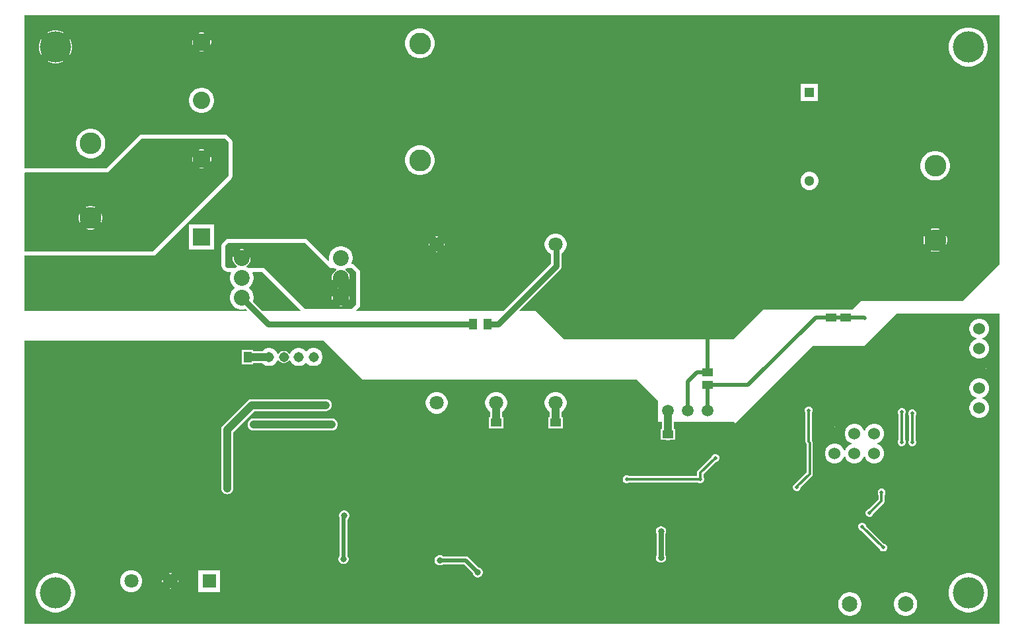
<source format=gbr>
%TF.GenerationSoftware,Altium Limited,Altium Designer,23.6.0 (18)*%
G04 Layer_Physical_Order=2*
G04 Layer_Color=16711680*
%FSLAX45Y45*%
%MOMM*%
%TF.SameCoordinates,1BF17B70-E076-4422-95A1-EF062E3CA17A*%
%TF.FilePolarity,Positive*%
%TF.FileFunction,Copper,L2,Bot,Signal*%
%TF.Part,Single*%
G01*
G75*
%TA.AperFunction,SMDPad,CuDef*%
%ADD12R,1.02000X1.47000*%
%ADD14R,1.47000X1.02000*%
%ADD16R,1.00000X1.45000*%
%TA.AperFunction,Conductor*%
%ADD34C,0.65000*%
%ADD35C,0.30000*%
%ADD36C,1.00000*%
%ADD37C,0.80000*%
%ADD39C,0.50000*%
%TA.AperFunction,ViaPad*%
%ADD43C,4.00000*%
%TA.AperFunction,ComponentPad*%
%ADD44R,1.80000X1.80000*%
%ADD45C,1.80000*%
%ADD46C,1.20000*%
%ADD47R,1.20000X1.20000*%
%ADD48C,1.99500*%
%ADD49C,1.31000*%
%ADD50C,2.03000*%
%ADD51C,1.52400*%
%ADD52C,2.78100*%
%ADD53C,1.30000*%
%ADD54R,2.22000X2.22000*%
%ADD55C,2.22000*%
%ADD56C,2.80000*%
%ADD57C,1.50000*%
%ADD58R,1.50000X1.50000*%
%TA.AperFunction,ViaPad*%
%ADD59C,0.60000*%
%ADD60C,0.50000*%
%ADD61C,0.80000*%
%ADD62C,1.00000*%
G36*
X2617500Y6182500D02*
Y5745000D01*
X1647500Y4775000D01*
X5000D01*
X1616Y5783505D01*
X10581Y5792500D01*
X1070000D01*
X1502500Y6225000D01*
X2575000D01*
X2617500Y6182500D01*
D02*
G37*
G36*
X3917500Y4567500D02*
X3974128D01*
X3985738Y4559743D01*
X4000505Y4553626D01*
X4001431Y4539496D01*
X3987379Y4531383D01*
X3966117Y4510121D01*
X3951083Y4484080D01*
X3943300Y4455035D01*
Y4424965D01*
X3946324Y4413678D01*
X4015073Y4482426D01*
X4057499Y4440000D01*
X4099926Y4482426D01*
X4168675Y4413677D01*
X4171700Y4424965D01*
Y4455035D01*
X4163917Y4484080D01*
X4148883Y4510121D01*
X4127620Y4531383D01*
X4113569Y4539496D01*
X4114495Y4553626D01*
X4129262Y4559743D01*
X4140872Y4567500D01*
X4197500D01*
X4252500Y4512500D01*
Y4095000D01*
X4195000Y4037500D01*
X3597500D01*
X3067500Y4567500D01*
X2869375D01*
X2859262Y4574257D01*
X2844495Y4580374D01*
X2843569Y4594504D01*
X2857620Y4602617D01*
X2878883Y4623879D01*
X2893917Y4649920D01*
X2901700Y4678965D01*
Y4709035D01*
X2898675Y4720323D01*
X2829926Y4651573D01*
X2787499Y4694000D01*
X2745073Y4651573D01*
X2676324Y4720322D01*
X2673300Y4709035D01*
Y4678965D01*
X2681083Y4649920D01*
X2696117Y4623879D01*
X2717379Y4602617D01*
X2731431Y4594504D01*
X2730505Y4580374D01*
X2715738Y4574257D01*
X2705625Y4567500D01*
X2605000D01*
X2577500Y4595000D01*
Y4852500D01*
X2612500Y4887500D01*
X3597500D01*
X3917500Y4567500D01*
D02*
G37*
G36*
X3538671Y4024233D02*
X3533811Y4012500D01*
X3054288D01*
X2930776Y4136011D01*
X2933178Y4141809D01*
X2939000Y4171079D01*
Y4200921D01*
X2933178Y4230191D01*
X2921757Y4257762D01*
X2905178Y4282576D01*
X2884076Y4303678D01*
X2879627Y4306650D01*
Y4319350D01*
X2884076Y4322322D01*
X2905178Y4343424D01*
X2921757Y4368238D01*
X2933178Y4395809D01*
X2939000Y4425079D01*
Y4454921D01*
X2933178Y4484191D01*
X2925047Y4503820D01*
X2933533Y4516520D01*
X3046384D01*
X3538671Y4024233D01*
D02*
G37*
G36*
X12502500Y4617500D02*
X12027500Y4142500D01*
X10720000D01*
X10610000Y4032500D01*
X9465000D01*
X9085000Y3652500D01*
X6915000D01*
X6555000Y4012500D01*
X6347381D01*
X6342521Y4024233D01*
X6865902Y4547614D01*
X6876385Y4561276D01*
X6882975Y4577185D01*
X6885222Y4594258D01*
Y4750560D01*
X6895462Y4756472D01*
X6921528Y4782538D01*
X6939959Y4814462D01*
X6949500Y4850069D01*
Y4886931D01*
X6939959Y4922538D01*
X6921528Y4954462D01*
X6895462Y4980528D01*
X6863538Y4998959D01*
X6827931Y5008500D01*
X6791069D01*
X6755462Y4998959D01*
X6723538Y4980528D01*
X6697472Y4954462D01*
X6679041Y4922538D01*
X6669500Y4886931D01*
Y4850069D01*
X6679041Y4814462D01*
X6697472Y4782538D01*
X6723538Y4756472D01*
X6753294Y4739293D01*
Y4621581D01*
X6144213Y4012500D01*
X4258689D01*
X4253829Y4024233D01*
X4288548Y4058952D01*
X4299599Y4075491D01*
X4303480Y4095000D01*
Y4512500D01*
X4299599Y4532009D01*
X4288548Y4548548D01*
X4233548Y4603548D01*
X4217009Y4614599D01*
X4203416Y4617303D01*
X4195886Y4628531D01*
X4195461Y4631179D01*
X4203178Y4649809D01*
X4209000Y4679079D01*
Y4708921D01*
X4203178Y4738191D01*
X4191757Y4765762D01*
X4175178Y4790576D01*
X4154076Y4811678D01*
X4129262Y4828257D01*
X4101691Y4839678D01*
X4072421Y4845500D01*
X4042578D01*
X4013309Y4839678D01*
X3985738Y4828257D01*
X3960924Y4811678D01*
X3939822Y4790576D01*
X3923243Y4765762D01*
X3911822Y4738191D01*
X3906000Y4708921D01*
Y4679079D01*
X3908488Y4666568D01*
X3896784Y4660312D01*
X3633548Y4923548D01*
X3617009Y4934599D01*
X3597500Y4938480D01*
X2612500D01*
X2592991Y4934599D01*
X2576452Y4923548D01*
X2541452Y4888548D01*
X2530401Y4872009D01*
X2526520Y4852500D01*
Y4595000D01*
X2530401Y4575491D01*
X2541452Y4558952D01*
X2568952Y4531452D01*
X2585491Y4520401D01*
X2605000Y4516520D01*
X2641467D01*
X2649953Y4503820D01*
X2641822Y4484191D01*
X2636000Y4454921D01*
Y4425079D01*
X2641822Y4395809D01*
X2653243Y4368238D01*
X2669822Y4343424D01*
X2690924Y4322322D01*
X2695373Y4319350D01*
Y4306650D01*
X2690924Y4303678D01*
X2669822Y4282576D01*
X2653243Y4257762D01*
X2641822Y4230191D01*
X2636000Y4200921D01*
Y4171079D01*
X2641822Y4141809D01*
X2653243Y4114238D01*
X2669822Y4089424D01*
X2690924Y4068322D01*
X2715738Y4051743D01*
X2743309Y4040322D01*
X2772578Y4034500D01*
X2802421D01*
X2831691Y4040322D01*
X2837489Y4042724D01*
X2855979Y4024233D01*
X2851119Y4012500D01*
X2500D01*
Y4721969D01*
X5000Y4724021D01*
X1647500D01*
X1667009Y4727901D01*
X1683548Y4738952D01*
X2653548Y5708952D01*
X2664599Y5725491D01*
X2668480Y5745000D01*
Y6182500D01*
X2664599Y6202009D01*
X2653548Y6218548D01*
X2611048Y6261048D01*
X2594509Y6272099D01*
X2575000Y6275980D01*
X1502500D01*
X1482991Y6272099D01*
X1466452Y6261048D01*
X1048884Y5843480D01*
X10581D01*
X2500Y5852212D01*
Y7807500D01*
X12502500D01*
Y4617500D01*
D02*
G37*
G36*
Y3977500D02*
Y5000D01*
X11481Y2502D01*
X2500Y11481D01*
Y3632500D01*
X3835000D01*
X4335000Y3132500D01*
X7855000D01*
X8122500Y2865000D01*
Y2595000D01*
X8120000Y2592500D01*
X8168949D01*
Y2503500D01*
X8154000D01*
Y2361500D01*
X8221879D01*
X8227816Y2359041D01*
X8247500Y2356449D01*
X8267183Y2359041D01*
X8273121Y2361500D01*
X8341000D01*
Y2503500D01*
X8321051D01*
Y2592500D01*
X9097500D01*
X9112500Y2577500D01*
X10105000Y3570000D01*
X10770000D01*
X11182500Y3982500D01*
X12497500D01*
X12502500Y3977500D01*
D02*
G37*
%LPC*%
G36*
X2288785Y6088700D02*
X2256214D01*
X2238421Y6083932D01*
X2272500Y6049853D01*
X2306579Y6083932D01*
X2288785Y6088700D01*
D02*
G37*
G36*
X2391432Y5999079D02*
X2357353Y5965000D01*
X2391432Y5930921D01*
X2396200Y5948715D01*
Y5981285D01*
X2391432Y5999079D01*
D02*
G37*
G36*
X2153568Y5999080D02*
X2148800Y5981285D01*
Y5948715D01*
X2153568Y5930921D01*
X2187647Y5965000D01*
X2153568Y5999080D01*
D02*
G37*
G36*
X2272500Y5880147D02*
X2238420Y5846068D01*
X2256214Y5841300D01*
X2288785D01*
X2306580Y5846068D01*
X2272500Y5880147D01*
D02*
G37*
G36*
X864946Y5361750D02*
X835054D01*
X805736Y5355918D01*
X793855Y5350997D01*
X850001Y5294852D01*
X906146Y5350997D01*
X894264Y5355918D01*
X864946Y5361750D01*
D02*
G37*
G36*
X990998Y5266144D02*
X934853Y5209999D01*
X990998Y5153855D01*
X995919Y5165736D01*
X1001750Y5195054D01*
Y5224946D01*
X995919Y5254264D01*
X990998Y5266144D01*
D02*
G37*
G36*
X709003Y5266145D02*
X704082Y5254264D01*
X698250Y5224946D01*
Y5195054D01*
X704082Y5165736D01*
X709003Y5153855D01*
X765148Y5209999D01*
X709003Y5266145D01*
D02*
G37*
G36*
X850001Y5125147D02*
X793856Y5069002D01*
X805736Y5064082D01*
X835054Y5058250D01*
X864946D01*
X894264Y5064082D01*
X906145Y5069003D01*
X850001Y5125147D01*
D02*
G37*
G36*
X2802535Y4808200D02*
X2772465D01*
X2761177Y4805175D01*
X2787499Y4778853D01*
X2813822Y4805176D01*
X2802535Y4808200D01*
D02*
G37*
G36*
X4057499Y4355147D02*
X4015352Y4313000D01*
X4057499Y4270853D01*
X4099646Y4313000D01*
X4057499Y4355147D01*
D02*
G37*
G36*
X3946324Y4212322D02*
X3943300Y4201035D01*
Y4170965D01*
X3946324Y4159678D01*
X3972646Y4186000D01*
X3946324Y4212322D01*
D02*
G37*
G36*
X4168675Y4212323D02*
X4142352Y4186000D01*
X4168675Y4159677D01*
X4171700Y4170965D01*
Y4201035D01*
X4168675Y4212323D01*
D02*
G37*
G36*
X4057499Y4101147D02*
X4031177Y4074825D01*
X4042465Y4071800D01*
X4072535D01*
X4083822Y4074824D01*
X4057499Y4101147D01*
D02*
G37*
G36*
X2288785Y7588700D02*
X2256214D01*
X2238421Y7583932D01*
X2272500Y7549853D01*
X2306579Y7583932D01*
X2288785Y7588700D01*
D02*
G37*
G36*
X420949Y7612700D02*
X379051D01*
X337958Y7604526D01*
X299249Y7588492D01*
X297518Y7587335D01*
X400000Y7484853D01*
X502482Y7587335D01*
X500751Y7588492D01*
X462042Y7604526D01*
X420949Y7612700D01*
D02*
G37*
G36*
X2391432Y7499079D02*
X2357353Y7465000D01*
X2391432Y7430921D01*
X2396200Y7448715D01*
Y7481286D01*
X2391432Y7499079D01*
D02*
G37*
G36*
X2153568Y7499080D02*
X2148800Y7481286D01*
Y7448715D01*
X2153568Y7430921D01*
X2187647Y7465000D01*
X2153568Y7499080D01*
D02*
G37*
G36*
X2272500Y7380148D02*
X2238420Y7346068D01*
X2256214Y7341300D01*
X2288785D01*
X2306580Y7346068D01*
X2272500Y7380148D01*
D02*
G37*
G36*
X10060000Y7317500D02*
D01*
D01*
D01*
D02*
G37*
G36*
X587335Y7502482D02*
X484853Y7400000D01*
X587335Y7297518D01*
X588492Y7299249D01*
X604526Y7337958D01*
X612700Y7379051D01*
Y7420949D01*
X604526Y7462042D01*
X588492Y7500751D01*
X587335Y7502482D01*
D02*
G37*
G36*
X212665Y7502483D02*
X211508Y7500751D01*
X195474Y7462042D01*
X187300Y7420949D01*
Y7379051D01*
X195474Y7337958D01*
X211508Y7299249D01*
X212665Y7297518D01*
X315147Y7400000D01*
X212665Y7502483D01*
D02*
G37*
G36*
X5088713Y7637500D02*
X5051287D01*
X5014579Y7630198D01*
X4980001Y7615876D01*
X4948882Y7595083D01*
X4922418Y7568618D01*
X4901624Y7537499D01*
X4887302Y7502921D01*
X4880000Y7466214D01*
Y7428787D01*
X4887302Y7392079D01*
X4901624Y7357502D01*
X4922418Y7326382D01*
X4948882Y7299918D01*
X4980001Y7279125D01*
X5014579Y7264802D01*
X5051287Y7257500D01*
X5088713D01*
X5125421Y7264802D01*
X5159999Y7279125D01*
X5191118Y7299918D01*
X5217582Y7326382D01*
X5238376Y7357502D01*
X5252698Y7392079D01*
X5260000Y7428787D01*
Y7466214D01*
X5252698Y7502921D01*
X5238376Y7537499D01*
X5217582Y7568618D01*
X5191118Y7595083D01*
X5159999Y7615876D01*
X5125421Y7630198D01*
X5088713Y7637500D01*
D02*
G37*
G36*
X400000Y7315147D02*
X297518Y7212665D01*
X299249Y7211508D01*
X337958Y7195474D01*
X379051Y7187300D01*
X420949D01*
X462042Y7195474D01*
X500751Y7211508D01*
X502483Y7212665D01*
X400000Y7315147D01*
D02*
G37*
G36*
X12124623Y7650000D02*
X12075377D01*
X12027078Y7640392D01*
X11981581Y7621547D01*
X11940634Y7594187D01*
X11905813Y7559365D01*
X11878453Y7518419D01*
X11859608Y7472922D01*
X11850000Y7424623D01*
Y7375377D01*
X11859608Y7327078D01*
X11878453Y7281581D01*
X11905813Y7240634D01*
X11940634Y7205813D01*
X11981581Y7178453D01*
X12027078Y7159608D01*
X12075377Y7150000D01*
X12124623D01*
X12172922Y7159608D01*
X12218419Y7178453D01*
X12259365Y7205813D01*
X12294187Y7240634D01*
X12321547Y7281581D01*
X12340392Y7327078D01*
X12350000Y7375377D01*
Y7424623D01*
X12340392Y7472922D01*
X12321547Y7518419D01*
X12294187Y7559365D01*
X12259365Y7594187D01*
X12218419Y7621547D01*
X12172922Y7640392D01*
X12124623Y7650000D01*
D02*
G37*
G36*
X10170000Y6927500D02*
X9950000D01*
Y6707500D01*
X10170000D01*
Y6927500D01*
D02*
G37*
G36*
X2288357Y6876000D02*
X2256643D01*
X2225538Y6869813D01*
X2196238Y6857676D01*
X2169868Y6840057D01*
X2147443Y6817632D01*
X2129824Y6791262D01*
X2117687Y6761962D01*
X2111500Y6730857D01*
Y6699143D01*
X2117687Y6668038D01*
X2129824Y6638738D01*
X2147443Y6612369D01*
X2169868Y6589943D01*
X2196238Y6572324D01*
X2225538Y6560187D01*
X2256643Y6554000D01*
X2288357D01*
X2319462Y6560187D01*
X2348762Y6572324D01*
X2375131Y6589943D01*
X2397557Y6612369D01*
X2415176Y6638738D01*
X2427313Y6668038D01*
X2433500Y6699143D01*
Y6730857D01*
X2427313Y6761962D01*
X2415176Y6791262D01*
X2397557Y6817632D01*
X2375131Y6840057D01*
X2348762Y6857676D01*
X2319462Y6869813D01*
X2288357Y6876000D01*
D02*
G37*
G36*
X868620Y6351550D02*
X831380D01*
X794856Y6344285D01*
X760451Y6330034D01*
X729488Y6309345D01*
X703156Y6283012D01*
X682466Y6252049D01*
X668215Y6217644D01*
X660950Y6181120D01*
Y6143880D01*
X668215Y6107356D01*
X682466Y6072951D01*
X703156Y6041988D01*
X729488Y6015655D01*
X760451Y5994966D01*
X794856Y5980715D01*
X831380Y5973450D01*
X868620D01*
X905144Y5980715D01*
X939549Y5994966D01*
X970512Y6015655D01*
X996845Y6041988D01*
X1017534Y6072951D01*
X1031785Y6107356D01*
X1039050Y6143880D01*
Y6181120D01*
X1031785Y6217644D01*
X1017534Y6252049D01*
X996845Y6283012D01*
X970512Y6309345D01*
X939549Y6330034D01*
X905144Y6344285D01*
X868620Y6351550D01*
D02*
G37*
G36*
X5088713Y6137500D02*
X5051287D01*
X5014579Y6130198D01*
X4980001Y6115876D01*
X4948882Y6095083D01*
X4922418Y6068618D01*
X4901624Y6037499D01*
X4887302Y6002921D01*
X4880000Y5966214D01*
Y5928787D01*
X4887302Y5892079D01*
X4901624Y5857502D01*
X4922418Y5826382D01*
X4948882Y5799918D01*
X4980001Y5779125D01*
X5014579Y5764802D01*
X5051287Y5757500D01*
X5088713D01*
X5125421Y5764802D01*
X5159999Y5779125D01*
X5191118Y5799918D01*
X5217582Y5826382D01*
X5238376Y5857502D01*
X5252698Y5892079D01*
X5260000Y5928787D01*
Y5966214D01*
X5252698Y6002921D01*
X5238376Y6037499D01*
X5217582Y6068618D01*
X5191118Y6095083D01*
X5159999Y6115876D01*
X5125421Y6130198D01*
X5088713Y6137500D01*
D02*
G37*
G36*
X11693620Y6066550D02*
X11656380D01*
X11619856Y6059285D01*
X11585451Y6045034D01*
X11554488Y6024345D01*
X11528156Y5998012D01*
X11507466Y5967049D01*
X11493215Y5932644D01*
X11485950Y5896120D01*
Y5858880D01*
X11493215Y5822356D01*
X11507466Y5787951D01*
X11528156Y5756988D01*
X11554488Y5730656D01*
X11585451Y5709966D01*
X11619856Y5695715D01*
X11656380Y5688450D01*
X11693620D01*
X11730144Y5695715D01*
X11764549Y5709966D01*
X11795512Y5730656D01*
X11821845Y5756988D01*
X11842534Y5787951D01*
X11856785Y5822356D01*
X11864050Y5858880D01*
Y5896120D01*
X11856785Y5932644D01*
X11842534Y5967049D01*
X11821845Y5998012D01*
X11795512Y6024345D01*
X11764549Y6045034D01*
X11730144Y6059285D01*
X11693620Y6066550D01*
D02*
G37*
G36*
X10077640Y5797500D02*
X10047360D01*
X10018112Y5789663D01*
X9991889Y5774523D01*
X9970477Y5753112D01*
X9955337Y5726888D01*
X9947500Y5697640D01*
Y5667360D01*
X9955337Y5638112D01*
X9970477Y5611889D01*
X9991889Y5590478D01*
X10018112Y5575337D01*
X10047360Y5567500D01*
X10077640D01*
X10106888Y5575337D01*
X10133112Y5590478D01*
X10154523Y5611889D01*
X10169663Y5638112D01*
X10177500Y5667360D01*
Y5697640D01*
X10169663Y5726888D01*
X10154523Y5753112D01*
X10133112Y5774523D01*
X10106888Y5789663D01*
X10077640Y5797500D01*
D02*
G37*
G36*
X11689946Y5076750D02*
X11660054D01*
X11630736Y5070918D01*
X11618856Y5065997D01*
X11675000Y5009853D01*
X11731144Y5065997D01*
X11719264Y5070918D01*
X11689946Y5076750D01*
D02*
G37*
G36*
X5299021Y4971200D02*
X5271979D01*
X5268568Y4970286D01*
X5285501Y4953353D01*
X5302434Y4970285D01*
X5299021Y4971200D01*
D02*
G37*
G36*
X11815997Y4981145D02*
X11759853Y4925001D01*
X11815997Y4868856D01*
X11820918Y4880736D01*
X11826750Y4910054D01*
Y4939946D01*
X11820918Y4969264D01*
X11815997Y4981145D01*
D02*
G37*
G36*
X11534003D02*
X11529082Y4969264D01*
X11523250Y4939946D01*
Y4910054D01*
X11529082Y4880736D01*
X11534003Y4868856D01*
X11590147Y4925001D01*
X11534003Y4981145D01*
D02*
G37*
G36*
X5387286Y4885432D02*
X5370353Y4868500D01*
X5387286Y4851568D01*
X5388200Y4854979D01*
Y4882021D01*
X5387286Y4885432D01*
D02*
G37*
G36*
X5183715Y4885433D02*
X5182800Y4882021D01*
Y4854979D01*
X5183715Y4851566D01*
X5200648Y4868500D01*
X5183715Y4885433D01*
D02*
G37*
G36*
X2433500Y5126000D02*
X2111500D01*
Y4804000D01*
X2433500D01*
Y5126000D01*
D02*
G37*
G36*
X11675000Y4840148D02*
X11618855Y4784003D01*
X11630736Y4779082D01*
X11660054Y4773250D01*
X11689946D01*
X11719264Y4779082D01*
X11731145Y4784003D01*
X11675000Y4840148D01*
D02*
G37*
G36*
X5285501Y4783647D02*
X5268568Y4766714D01*
X5271979Y4765800D01*
X5299021D01*
X5302433Y4766715D01*
X5285501Y4783647D01*
D02*
G37*
G36*
X3723456Y3539500D02*
X3693044D01*
X3663669Y3531629D01*
X3637331Y3516423D01*
X3621540Y3500631D01*
X3613000Y3496339D01*
X3604460Y3500631D01*
X3588668Y3516423D01*
X3562331Y3531629D01*
X3532956Y3539500D01*
X3502544D01*
X3473169Y3531629D01*
X3446831Y3516423D01*
X3425327Y3494919D01*
X3410121Y3468581D01*
X3408965Y3464266D01*
X3395336Y3462472D01*
X3389826Y3472016D01*
X3375266Y3486576D01*
X3357434Y3496871D01*
X3337545Y3502200D01*
X3316955D01*
X3297066Y3496871D01*
X3279234Y3486576D01*
X3264674Y3472016D01*
X3259164Y3462472D01*
X3245535Y3464266D01*
X3244379Y3468581D01*
X3229173Y3494919D01*
X3207668Y3516423D01*
X3181331Y3531629D01*
X3151956Y3539500D01*
X3121544D01*
X3092169Y3531629D01*
X3065831Y3516423D01*
X3049459Y3500051D01*
X2932000D01*
Y3516000D01*
X2790000D01*
Y3448621D01*
X2787541Y3442683D01*
X2784949Y3423000D01*
Y3422500D01*
X2787541Y3402816D01*
X2790000Y3396879D01*
Y3329000D01*
X2932000D01*
Y3347949D01*
X3049459D01*
X3065831Y3331577D01*
X3092169Y3316371D01*
X3121544Y3308500D01*
X3151956D01*
X3181331Y3316371D01*
X3207668Y3331577D01*
X3229173Y3353081D01*
X3244379Y3379419D01*
X3245535Y3383734D01*
X3259164Y3385528D01*
X3264674Y3375984D01*
X3279234Y3361424D01*
X3297066Y3351129D01*
X3316955Y3345800D01*
X3337545D01*
X3357434Y3351129D01*
X3375266Y3361424D01*
X3389826Y3375984D01*
X3395336Y3385528D01*
X3408965Y3383734D01*
X3410121Y3379419D01*
X3425327Y3353081D01*
X3446831Y3331577D01*
X3473169Y3316371D01*
X3502544Y3308500D01*
X3532956D01*
X3562331Y3316371D01*
X3588668Y3331577D01*
X3604460Y3347369D01*
X3613000Y3351661D01*
X3621540Y3347369D01*
X3637331Y3331577D01*
X3663669Y3316371D01*
X3693044Y3308500D01*
X3723456D01*
X3752831Y3316371D01*
X3779168Y3331577D01*
X3800673Y3353081D01*
X3815879Y3379419D01*
X3823750Y3408794D01*
Y3439206D01*
X3815879Y3468581D01*
X3800673Y3494919D01*
X3779168Y3516423D01*
X3752831Y3531629D01*
X3723456Y3539500D01*
D02*
G37*
G36*
X12256615Y3911200D02*
X12223385D01*
X12191289Y3902600D01*
X12162511Y3885985D01*
X12139015Y3862489D01*
X12122400Y3833711D01*
X12113800Y3801615D01*
Y3768385D01*
X12122400Y3736289D01*
X12139015Y3707512D01*
X12162511Y3684015D01*
X12191289Y3667401D01*
X12201837Y3664574D01*
Y3651426D01*
X12191289Y3648600D01*
X12162511Y3631985D01*
X12139015Y3608489D01*
X12122400Y3579711D01*
X12113800Y3547615D01*
Y3514385D01*
X12122400Y3482289D01*
X12139015Y3453512D01*
X12162511Y3430015D01*
X12191289Y3413401D01*
X12223385Y3404800D01*
X12256615D01*
X12288711Y3413401D01*
X12317488Y3430015D01*
X12340985Y3453512D01*
X12357599Y3482289D01*
X12366200Y3514385D01*
Y3547615D01*
X12357599Y3579711D01*
X12340985Y3608489D01*
X12317488Y3631985D01*
X12288711Y3648600D01*
X12278163Y3651426D01*
Y3664574D01*
X12288711Y3667401D01*
X12317488Y3684015D01*
X12340985Y3707512D01*
X12357599Y3736289D01*
X12366200Y3768385D01*
Y3801615D01*
X12357599Y3833711D01*
X12340985Y3862489D01*
X12317488Y3885985D01*
X12288711Y3902600D01*
X12256615Y3911200D01*
D02*
G37*
G36*
X12244047Y3365900D02*
X12235953D01*
X12240000Y3361853D01*
X12244047Y3365900D01*
D02*
G37*
G36*
X12151100Y3281047D02*
Y3272953D01*
X12155147Y3277000D01*
X12151100Y3281047D01*
D02*
G37*
G36*
X12328900D02*
X12324853Y3277000D01*
X12328900Y3272953D01*
Y3281047D01*
D02*
G37*
G36*
X12240000Y3192147D02*
X12235953Y3188100D01*
X12244047D01*
X12240000Y3192147D01*
D02*
G37*
G36*
X7997347Y2827700D02*
X7991653D01*
X7994500Y2824853D01*
X7997347Y2827700D01*
D02*
G37*
G36*
X8082200Y2742847D02*
X8079353Y2740000D01*
X8082200Y2737153D01*
Y2742847D01*
D02*
G37*
G36*
X7906800D02*
Y2737153D01*
X7909647Y2740000D01*
X7906800Y2742847D01*
D02*
G37*
G36*
X5303931Y2976500D02*
X5267069D01*
X5231462Y2966959D01*
X5199538Y2948528D01*
X5173472Y2922462D01*
X5155041Y2890538D01*
X5145500Y2854931D01*
Y2818069D01*
X5155041Y2782462D01*
X5173472Y2750538D01*
X5199538Y2724472D01*
X5231462Y2706041D01*
X5267069Y2696500D01*
X5303931D01*
X5339538Y2706041D01*
X5371462Y2724472D01*
X5397528Y2750538D01*
X5415959Y2782462D01*
X5425500Y2818069D01*
Y2854931D01*
X5415959Y2890538D01*
X5397528Y2922462D01*
X5371462Y2948528D01*
X5339538Y2966959D01*
X5303931Y2976500D01*
D02*
G37*
G36*
X7994500Y2655147D02*
X7991653Y2652300D01*
X7997347D01*
X7994500Y2655147D01*
D02*
G37*
G36*
X12256615Y3149200D02*
X12223385D01*
X12191289Y3140600D01*
X12162511Y3123985D01*
X12139015Y3100489D01*
X12122400Y3071711D01*
X12113800Y3039615D01*
Y3006385D01*
X12122400Y2974289D01*
X12139015Y2945512D01*
X12162511Y2922015D01*
X12191289Y2905401D01*
X12201837Y2902574D01*
Y2889426D01*
X12191289Y2886600D01*
X12162511Y2869985D01*
X12139015Y2846489D01*
X12122400Y2817711D01*
X12113800Y2785615D01*
Y2752385D01*
X12122400Y2720289D01*
X12139015Y2691512D01*
X12162511Y2668015D01*
X12191289Y2651401D01*
X12223385Y2642800D01*
X12256615D01*
X12288711Y2651401D01*
X12317488Y2668015D01*
X12340985Y2691512D01*
X12357599Y2720289D01*
X12366200Y2752385D01*
Y2785615D01*
X12357599Y2817711D01*
X12340985Y2846489D01*
X12317488Y2869985D01*
X12288711Y2886600D01*
X12278163Y2889426D01*
Y2902574D01*
X12288711Y2905401D01*
X12317488Y2922015D01*
X12340985Y2945512D01*
X12357599Y2974289D01*
X12366200Y3006385D01*
Y3039615D01*
X12357599Y3071711D01*
X12340985Y3100489D01*
X12317488Y3123985D01*
X12288711Y3140600D01*
X12256615Y3149200D01*
D02*
G37*
G36*
X10390047Y2531400D02*
X10381953D01*
X10386000Y2527353D01*
X10390047Y2531400D01*
D02*
G37*
G36*
X6065931Y2976500D02*
X6029069D01*
X5993462Y2966959D01*
X5961538Y2948528D01*
X5935472Y2922462D01*
X5917041Y2890538D01*
X5907500Y2854931D01*
Y2818069D01*
X5917041Y2782462D01*
X5935472Y2750538D01*
X5961538Y2724472D01*
X5972700Y2718028D01*
Y2652000D01*
X5956500D01*
Y2510000D01*
X6143500D01*
Y2652000D01*
X6124801D01*
Y2719472D01*
X6133462Y2724472D01*
X6159528Y2750538D01*
X6177959Y2782462D01*
X6187500Y2818069D01*
Y2854931D01*
X6177959Y2890538D01*
X6159528Y2922462D01*
X6133462Y2948528D01*
X6101538Y2966959D01*
X6065931Y2976500D01*
D02*
G37*
G36*
X6827931D02*
X6791069D01*
X6755462Y2966959D01*
X6723538Y2948528D01*
X6697472Y2922462D01*
X6679041Y2890538D01*
X6669500Y2854931D01*
Y2818069D01*
X6679041Y2782462D01*
X6697472Y2750538D01*
X6723538Y2724472D01*
X6733949Y2718461D01*
Y2652000D01*
X6716500D01*
Y2510000D01*
X6784379D01*
X6790317Y2507541D01*
X6810000Y2504950D01*
X6829684Y2507541D01*
X6835621Y2510000D01*
X6903500D01*
Y2652000D01*
X6886051D01*
Y2719039D01*
X6895462Y2724472D01*
X6921528Y2750538D01*
X6939959Y2782462D01*
X6949500Y2818069D01*
Y2854931D01*
X6939959Y2890538D01*
X6921528Y2922462D01*
X6895462Y2948528D01*
X6863538Y2966959D01*
X6827931Y2976500D01*
D02*
G37*
G36*
X3942500Y2633551D02*
X2937500D01*
X2917817Y2630959D01*
X2899475Y2623362D01*
X2883724Y2611276D01*
X2871638Y2595525D01*
X2864041Y2577184D01*
X2861449Y2557500D01*
X2864041Y2537817D01*
X2871638Y2519475D01*
X2883724Y2503724D01*
X2899475Y2491638D01*
X2917817Y2484041D01*
X2937500Y2481449D01*
X3942500D01*
X3962184Y2484041D01*
X3980525Y2491638D01*
X3996276Y2503724D01*
X4008362Y2519475D01*
X4015959Y2537817D01*
X4018551Y2557500D01*
X4015959Y2577184D01*
X4008362Y2595525D01*
X3996276Y2611276D01*
X3980525Y2623362D01*
X3962184Y2630959D01*
X3942500Y2633551D01*
D02*
G37*
G36*
X10910615Y2568700D02*
X10877385D01*
X10845289Y2560100D01*
X10816512Y2543485D01*
X10793015Y2519989D01*
X10776401Y2491211D01*
X10773574Y2480663D01*
X10760426D01*
X10757600Y2491211D01*
X10740985Y2519989D01*
X10717489Y2543485D01*
X10688711Y2560100D01*
X10656615Y2568700D01*
X10623385D01*
X10591289Y2560100D01*
X10562512Y2543485D01*
X10539015Y2519989D01*
X10522401Y2491211D01*
X10513800Y2459115D01*
Y2425885D01*
X10522401Y2393789D01*
X10539015Y2365012D01*
X10562512Y2341515D01*
X10591289Y2324901D01*
X10601837Y2322074D01*
Y2308926D01*
X10591289Y2306100D01*
X10562512Y2289485D01*
X10539015Y2265989D01*
X10522401Y2237211D01*
X10519574Y2226663D01*
X10506426D01*
X10503600Y2237211D01*
X10486985Y2265989D01*
X10463489Y2289485D01*
X10434711Y2306100D01*
X10402615Y2314700D01*
X10369385D01*
X10337289Y2306100D01*
X10308512Y2289485D01*
X10285015Y2265989D01*
X10268401Y2237211D01*
X10259800Y2205115D01*
Y2171885D01*
X10268401Y2139789D01*
X10285015Y2111012D01*
X10308512Y2087515D01*
X10337289Y2070901D01*
X10369385Y2062300D01*
X10402615D01*
X10434711Y2070901D01*
X10463489Y2087515D01*
X10486985Y2111012D01*
X10503600Y2139789D01*
X10506426Y2150337D01*
X10519574D01*
X10522401Y2139789D01*
X10539015Y2111012D01*
X10562512Y2087515D01*
X10591289Y2070901D01*
X10623385Y2062300D01*
X10656615D01*
X10688711Y2070901D01*
X10717489Y2087515D01*
X10740985Y2111012D01*
X10757600Y2139789D01*
X10760426Y2150337D01*
X10773574D01*
X10776401Y2139789D01*
X10793015Y2111012D01*
X10816512Y2087515D01*
X10845289Y2070901D01*
X10877385Y2062300D01*
X10910615D01*
X10942711Y2070901D01*
X10971489Y2087515D01*
X10994985Y2111012D01*
X11011600Y2139789D01*
X11020200Y2171885D01*
Y2205115D01*
X11011600Y2237211D01*
X10994985Y2265989D01*
X10971489Y2289485D01*
X10942711Y2306100D01*
X10932163Y2308926D01*
Y2322074D01*
X10942711Y2324901D01*
X10971489Y2341515D01*
X10994985Y2365012D01*
X11011600Y2393789D01*
X11020200Y2425885D01*
Y2459115D01*
X11011600Y2491211D01*
X10994985Y2519989D01*
X10971489Y2543485D01*
X10942711Y2560100D01*
X10910615Y2568700D01*
D02*
G37*
G36*
X10474900Y2446547D02*
X10470853Y2442500D01*
X10474900Y2438453D01*
Y2446547D01*
D02*
G37*
G36*
X10297100D02*
Y2438453D01*
X10301147Y2442500D01*
X10297100Y2446547D01*
D02*
G37*
G36*
X10386000Y2357647D02*
X10381953Y2353600D01*
X10390047D01*
X10386000Y2357647D01*
D02*
G37*
G36*
X11257525Y2767900D02*
X11237475D01*
X11218951Y2760227D01*
X11204773Y2746049D01*
X11197100Y2727525D01*
Y2707475D01*
X11204536Y2689523D01*
Y2365812D01*
X11201228Y2362504D01*
X11193555Y2343980D01*
Y2323930D01*
X11201228Y2305406D01*
X11215406Y2291228D01*
X11233930Y2283555D01*
X11253980D01*
X11272504Y2291228D01*
X11286682Y2305406D01*
X11294355Y2323930D01*
Y2343980D01*
X11286919Y2361932D01*
Y2685643D01*
X11290227Y2688951D01*
X11297900Y2707475D01*
Y2727525D01*
X11290227Y2746049D01*
X11276049Y2760227D01*
X11257525Y2767900D01*
D02*
G37*
G36*
X11390025Y2750400D02*
X11369975D01*
X11351451Y2742727D01*
X11337273Y2728549D01*
X11329600Y2710025D01*
Y2689975D01*
X11337273Y2671451D01*
X11338809Y2669915D01*
Y2360085D01*
X11337273Y2358549D01*
X11329600Y2340025D01*
Y2319975D01*
X11337273Y2301451D01*
X11351451Y2287273D01*
X11369975Y2279600D01*
X11390025D01*
X11408549Y2287273D01*
X11422727Y2301451D01*
X11430400Y2319975D01*
Y2340025D01*
X11422727Y2358549D01*
X11421192Y2360085D01*
Y2669915D01*
X11422727Y2671451D01*
X11430400Y2689975D01*
Y2710025D01*
X11422727Y2728549D01*
X11408549Y2742727D01*
X11390025Y2750400D01*
D02*
G37*
G36*
X8864876Y2181400D02*
X8844825D01*
X8826301Y2173727D01*
X8812124Y2159549D01*
X8804451Y2141025D01*
Y2138853D01*
X8632973Y1967376D01*
X8624044Y1954013D01*
X8620909Y1938250D01*
Y1896192D01*
X7746220D01*
X7730025Y1902900D01*
X7709975D01*
X7691451Y1895227D01*
X7677273Y1881049D01*
X7669600Y1862525D01*
Y1842475D01*
X7677273Y1823951D01*
X7691451Y1809773D01*
X7709975Y1802100D01*
X7730025D01*
X7748549Y1809773D01*
X7752585Y1813809D01*
X8632015D01*
X8633551Y1812273D01*
X8652075Y1804600D01*
X8672125D01*
X8690649Y1812273D01*
X8704827Y1826451D01*
X8712500Y1844975D01*
Y1865025D01*
X8704827Y1883549D01*
X8703291Y1885085D01*
Y1921188D01*
X8862704Y2080600D01*
X8864876D01*
X8883400Y2088273D01*
X8897577Y2102451D01*
X8905250Y2120975D01*
Y2141025D01*
X8897577Y2159549D01*
X8883400Y2173727D01*
X8864876Y2181400D01*
D02*
G37*
G36*
X10065026Y2789930D02*
X10044976D01*
X10026451Y2782257D01*
X10012274Y2768079D01*
X10004601Y2749555D01*
Y2729505D01*
X10012274Y2710981D01*
X10013809Y2709445D01*
Y2335135D01*
X10016945Y2319372D01*
X10023809Y2309100D01*
Y1943216D01*
X9882373Y1801780D01*
X9882234Y1801572D01*
X9872951Y1797727D01*
X9858773Y1783549D01*
X9851100Y1765025D01*
Y1744975D01*
X9858773Y1726451D01*
X9872951Y1712273D01*
X9891475Y1704600D01*
X9911525D01*
X9930049Y1712273D01*
X9944227Y1726451D01*
X9951900Y1744975D01*
Y1754800D01*
X10094127Y1897027D01*
X10103056Y1910390D01*
X10106191Y1926154D01*
Y2325136D01*
X10103056Y2340899D01*
X10096192Y2351172D01*
Y2709445D01*
X10097728Y2710981D01*
X10105401Y2729505D01*
Y2749555D01*
X10097728Y2768079D01*
X10083550Y2782257D01*
X10065026Y2789930D01*
D02*
G37*
G36*
X3865000Y2883551D02*
X2915000D01*
X2895317Y2880959D01*
X2884572Y2876509D01*
X2876975Y2873362D01*
X2861224Y2861276D01*
X2546224Y2546276D01*
X2534138Y2530525D01*
X2526541Y2512183D01*
X2523949Y2492500D01*
Y1742500D01*
X2526541Y1722817D01*
X2534138Y1704475D01*
X2546224Y1688724D01*
X2548724Y1686224D01*
X2564475Y1674138D01*
X2582817Y1666541D01*
X2602500Y1663949D01*
X2622183Y1666541D01*
X2640525Y1674138D01*
X2656276Y1686224D01*
X2668362Y1701975D01*
X2675959Y1720317D01*
X2678551Y1740000D01*
X2676051Y1758989D01*
Y2460999D01*
X2946501Y2731449D01*
X3865000D01*
X3884683Y2734041D01*
X3903025Y2741638D01*
X3918776Y2753724D01*
X3930862Y2769475D01*
X3938459Y2787817D01*
X3941051Y2807500D01*
X3938459Y2827184D01*
X3930862Y2845525D01*
X3918776Y2861276D01*
X3903025Y2873362D01*
X3884683Y2880959D01*
X3865000Y2883551D01*
D02*
G37*
G36*
X10997525Y1735400D02*
X10977475D01*
X10958951Y1727727D01*
X10944773Y1713549D01*
X10937100Y1695025D01*
Y1674975D01*
X10944773Y1656451D01*
X10946309Y1654915D01*
Y1597062D01*
X10824647Y1475400D01*
X10822475D01*
X10803951Y1467727D01*
X10789773Y1453549D01*
X10782100Y1435025D01*
Y1414975D01*
X10789773Y1396451D01*
X10803951Y1382273D01*
X10822475Y1374600D01*
X10842525D01*
X10861049Y1382273D01*
X10875227Y1396451D01*
X10882900Y1414975D01*
Y1417147D01*
X11016627Y1550873D01*
X11025556Y1564237D01*
X11028691Y1580000D01*
Y1654915D01*
X11030227Y1656451D01*
X11037900Y1674975D01*
Y1695025D01*
X11030227Y1713549D01*
X11016049Y1727727D01*
X10997525Y1735400D01*
D02*
G37*
G36*
X10746498Y1300405D02*
X10726447D01*
X10707923Y1292732D01*
X10693746Y1278554D01*
X10686073Y1260030D01*
Y1239980D01*
X10693746Y1221456D01*
X10707923Y1207278D01*
X10726447Y1199605D01*
X10728619D01*
X10960556Y967668D01*
X10967273Y951451D01*
X10981451Y937273D01*
X10999975Y929600D01*
X11020025D01*
X11038549Y937273D01*
X11052727Y951451D01*
X11060400Y969975D01*
Y990025D01*
X11052727Y1008549D01*
X11038549Y1022727D01*
X11020025Y1030400D01*
X11014331D01*
X10786873Y1257858D01*
Y1260030D01*
X10779199Y1278554D01*
X10765022Y1292732D01*
X10746498Y1300405D01*
D02*
G37*
G36*
X8168610Y1252900D02*
X8151390D01*
X8134756Y1248443D01*
X8119843Y1239833D01*
X8107667Y1227657D01*
X8099057Y1212744D01*
X8094600Y1196110D01*
Y1178890D01*
X8099057Y1162257D01*
X8100966Y1158951D01*
Y881049D01*
X8099057Y877743D01*
X8094600Y861110D01*
Y843890D01*
X8099057Y827256D01*
X8107667Y812343D01*
X8119843Y800167D01*
X8134756Y791557D01*
X8151390Y787100D01*
X8168610D01*
X8185243Y791557D01*
X8200157Y800167D01*
X8212333Y812343D01*
X8220943Y827256D01*
X8225400Y843890D01*
Y861110D01*
X8220943Y877743D01*
X8219034Y881049D01*
Y1158951D01*
X8220943Y1162257D01*
X8225400Y1178890D01*
Y1196110D01*
X8220943Y1212744D01*
X8212333Y1227657D01*
X8200157Y1239833D01*
X8185243Y1248443D01*
X8168610Y1252900D01*
D02*
G37*
G36*
X4108610Y1455400D02*
X4091390D01*
X4074756Y1450943D01*
X4059843Y1442333D01*
X4047667Y1430157D01*
X4039057Y1415244D01*
X4034600Y1398610D01*
Y1381390D01*
X4039057Y1364756D01*
X4043613Y1356866D01*
Y881102D01*
X4037667Y875156D01*
X4029057Y860243D01*
X4024600Y843610D01*
Y826390D01*
X4029057Y809756D01*
X4037667Y794843D01*
X4049843Y782667D01*
X4064756Y774057D01*
X4081390Y769600D01*
X4098610D01*
X4115243Y774057D01*
X4130157Y782667D01*
X4142333Y794843D01*
X4150943Y809756D01*
X4155400Y826390D01*
Y843610D01*
X4150943Y860243D01*
X4146387Y868134D01*
Y1343898D01*
X4152333Y1349843D01*
X4160943Y1364756D01*
X4165400Y1381390D01*
Y1398610D01*
X4160943Y1415244D01*
X4152333Y1430157D01*
X4140157Y1442333D01*
X4125243Y1450943D01*
X4108610Y1455400D01*
D02*
G37*
G36*
X1883521Y652700D02*
X1856479D01*
X1853066Y651785D01*
X1870000Y634852D01*
X1886933Y651786D01*
X1883521Y652700D01*
D02*
G37*
G36*
X5333610Y882900D02*
X5316390D01*
X5299756Y878443D01*
X5284843Y869833D01*
X5272667Y857657D01*
X5264057Y842744D01*
X5259600Y826110D01*
Y808890D01*
X5264057Y792256D01*
X5272667Y777343D01*
X5284843Y765167D01*
X5299756Y756557D01*
X5316390Y752100D01*
X5333610D01*
X5350243Y756557D01*
X5365156Y765167D01*
X5366102Y766113D01*
X5634565D01*
X5747450Y653227D01*
Y651890D01*
X5751907Y635256D01*
X5760517Y620343D01*
X5772693Y608167D01*
X5787606Y599557D01*
X5804240Y595100D01*
X5821460D01*
X5838093Y599557D01*
X5853007Y608167D01*
X5865183Y620343D01*
X5873793Y635256D01*
X5878250Y651890D01*
Y669110D01*
X5873793Y685743D01*
X5865183Y700656D01*
X5853007Y712833D01*
X5838093Y721443D01*
X5821460Y725900D01*
X5820122D01*
X5692186Y853836D01*
X5675515Y864976D01*
X5655850Y868887D01*
X5366102D01*
X5365156Y869833D01*
X5350243Y878443D01*
X5333610Y882900D01*
D02*
G37*
G36*
X1768214Y566932D02*
X1767300Y563521D01*
Y536479D01*
X1768214Y533067D01*
X1785147Y549999D01*
X1768214Y566932D01*
D02*
G37*
G36*
X1971786Y566933D02*
X1954852Y549999D01*
X1971785Y533066D01*
X1972700Y536479D01*
Y563521D01*
X1971786Y566933D01*
D02*
G37*
G36*
X1870000Y465147D02*
X1853067Y448214D01*
X1856479Y447300D01*
X1883521D01*
X1886932Y448214D01*
X1870000Y465147D01*
D02*
G37*
G36*
X2510000Y690000D02*
X2230000D01*
Y410000D01*
X2510000D01*
Y690000D01*
D02*
G37*
G36*
X1388431D02*
X1351569D01*
X1315962Y680459D01*
X1284038Y662028D01*
X1257972Y635962D01*
X1239541Y604038D01*
X1230000Y568431D01*
Y531569D01*
X1239541Y495962D01*
X1257972Y464038D01*
X1284038Y437972D01*
X1315962Y419541D01*
X1351569Y410000D01*
X1388431D01*
X1424038Y419541D01*
X1455962Y437972D01*
X1482028Y464038D01*
X1500459Y495962D01*
X1510000Y531569D01*
Y568431D01*
X1500459Y604038D01*
X1482028Y635962D01*
X1455962Y662028D01*
X1424038Y680459D01*
X1388431Y690000D01*
D02*
G37*
G36*
X12124623Y650000D02*
X12075377D01*
X12027078Y640392D01*
X11981581Y621547D01*
X11940634Y594187D01*
X11905813Y559365D01*
X11878453Y518419D01*
X11859608Y472922D01*
X11850000Y424623D01*
Y375377D01*
X11859608Y327078D01*
X11878453Y281581D01*
X11905813Y240635D01*
X11940634Y205813D01*
X11981581Y178453D01*
X12027078Y159608D01*
X12075377Y150000D01*
X12124623D01*
X12172922Y159608D01*
X12218419Y178453D01*
X12259365Y205813D01*
X12294187Y240635D01*
X12321547Y281581D01*
X12340392Y327078D01*
X12350000Y375377D01*
Y424623D01*
X12340392Y472922D01*
X12321547Y518419D01*
X12294187Y559365D01*
X12259365Y594187D01*
X12218419Y621547D01*
X12172922Y640392D01*
X12124623Y650000D01*
D02*
G37*
G36*
X424623D02*
X375377D01*
X327078Y640392D01*
X281581Y621547D01*
X240635Y594187D01*
X205813Y559365D01*
X178453Y518419D01*
X159608Y472922D01*
X150000Y424623D01*
Y375377D01*
X159608Y327078D01*
X178453Y281581D01*
X205813Y240635D01*
X240635Y205813D01*
X281581Y178453D01*
X327078Y159608D01*
X375377Y150000D01*
X424623D01*
X472922Y159608D01*
X518419Y178453D01*
X559365Y205813D01*
X594187Y240635D01*
X621547Y281581D01*
X640392Y327078D01*
X650000Y375377D01*
Y424623D01*
X640392Y472922D01*
X621547Y518419D01*
X594187Y559365D01*
X559365Y594187D01*
X518419Y621547D01*
X472922Y640392D01*
X424623Y650000D01*
D02*
G37*
G36*
X11309749Y404750D02*
X11280251D01*
X11251319Y398995D01*
X11224067Y387707D01*
X11199540Y371318D01*
X11178681Y350460D01*
X11162293Y325933D01*
X11151005Y298680D01*
X11145250Y269749D01*
Y240251D01*
X11151005Y211320D01*
X11162293Y184067D01*
X11178681Y159540D01*
X11199540Y138682D01*
X11224067Y122293D01*
X11251319Y111005D01*
X11280251Y105250D01*
X11309749D01*
X11338680Y111005D01*
X11365933Y122293D01*
X11390460Y138682D01*
X11411318Y159540D01*
X11427706Y184067D01*
X11438995Y211320D01*
X11444750Y240251D01*
Y269749D01*
X11438995Y298680D01*
X11427706Y325933D01*
X11411318Y350460D01*
X11390460Y371318D01*
X11365933Y387707D01*
X11338680Y398995D01*
X11309749Y404750D01*
D02*
G37*
G36*
X10594749D02*
X10565251D01*
X10536320Y398995D01*
X10509067Y387707D01*
X10484540Y371318D01*
X10463682Y350460D01*
X10447293Y325933D01*
X10436005Y298680D01*
X10430250Y269749D01*
Y240251D01*
X10436005Y211320D01*
X10447293Y184067D01*
X10463682Y159540D01*
X10484540Y138682D01*
X10509067Y122293D01*
X10536320Y111005D01*
X10565251Y105250D01*
X10594749D01*
X10623680Y111005D01*
X10650933Y122293D01*
X10675460Y138682D01*
X10696318Y159540D01*
X10712707Y184067D01*
X10723995Y211320D01*
X10729750Y240251D01*
Y269749D01*
X10723995Y298680D01*
X10712707Y325933D01*
X10696318Y350460D01*
X10675460Y371318D01*
X10650933Y387707D01*
X10623680Y398995D01*
X10594749Y404750D01*
D02*
G37*
%LPD*%
D12*
X2699000Y3422500D02*
D03*
X2861000D02*
D03*
D14*
X10527500Y4091000D02*
D03*
Y3929000D02*
D03*
X10337500Y4091000D02*
D03*
Y3929000D02*
D03*
X8757500Y3227000D02*
D03*
Y3065000D02*
D03*
X8247500Y2270500D02*
D03*
Y2432500D02*
D03*
X6810000Y2419000D02*
D03*
Y2581000D02*
D03*
X6050000Y2419000D02*
D03*
Y2581000D02*
D03*
D16*
X5940000Y3847500D02*
D03*
X5750000D02*
D03*
D34*
X8160000Y855000D02*
Y1187500D01*
D35*
X10055001Y2335135D02*
Y2739530D01*
Y2335135D02*
X10065000Y2325136D01*
Y1926154D02*
Y2325136D01*
X9911500Y1770412D02*
Y1772654D01*
X10065000Y1926154D01*
X9901500Y1755000D02*
Y1760412D01*
X9911500Y1770412D01*
X8662100Y1938250D02*
X8854850Y2131000D01*
X8662100Y1855000D02*
Y1938250D01*
X7720000Y1852500D02*
X7722500Y1855000D01*
X8662100D01*
X11380000Y2330000D02*
Y2700000D01*
X11243955Y2333955D02*
X11245727Y2335727D01*
Y2715727D01*
X11247500Y2717500D01*
X10832500Y1425000D02*
X10987500Y1580000D01*
Y1685000D01*
X11006477Y980000D02*
X11010000D01*
X10736473Y1250005D02*
X11006477Y980000D01*
X8160000Y852500D02*
Y855000D01*
D36*
X6809500Y2836500D02*
X6810000Y2836000D01*
Y2581000D02*
Y2836000D01*
X6048750Y2591000D02*
X6049750Y2590000D01*
X6050000D01*
X6047500Y2836500D02*
X6048750Y2835250D01*
Y2591000D02*
Y2835250D01*
X2600000Y1742500D02*
X2602500Y1740000D01*
X2600000Y1742500D02*
Y2492500D01*
X2915000Y2807500D01*
X2862000Y3424000D02*
X3136750D01*
X2861000Y3422500D02*
Y3423000D01*
X2862000Y3424000D01*
X2937500Y2557500D02*
X3942500D01*
X2915000Y2807500D02*
X3865000D01*
X2370000Y550000D02*
Y567500D01*
X2375000Y572500D01*
X8245000Y2472500D02*
Y2736500D01*
X8248500Y2740000D01*
X8247500Y2432500D02*
Y2470000D01*
X8245000Y2472500D02*
X8247500Y2470000D01*
D37*
X6072500Y3847500D02*
X6819258Y4594258D01*
Y4858742D01*
X6809500Y4868500D02*
X6819258Y4858742D01*
X5940000Y3847500D02*
X6072500D01*
X2787500Y4186000D02*
X3126000Y3847500D01*
X5750000D01*
X4057500Y4186000D02*
Y4439999D01*
X4057499Y4440000D02*
X4057500D01*
X4057499Y4440000D02*
X4057500Y4439999D01*
X4057499Y4440000D02*
X4057499Y4440000D01*
D39*
X4095000Y1385000D02*
X4100000Y1390000D01*
X4095000Y840000D02*
Y1385000D01*
X4090000Y835000D02*
X4095000Y840000D01*
X8502500Y3107500D02*
X8622000Y3227000D01*
X8757500D01*
X8502500Y2740000D02*
Y3107500D01*
X8757500Y3227000D02*
Y3827500D01*
X10141500Y3929000D02*
X10337500D01*
X9277500Y3065000D02*
X10141500Y3929000D01*
X8757500Y3065000D02*
X9277500D01*
X10337500Y3929000D02*
X10358500D01*
X10527500D02*
X10765300D01*
X10768800Y3925500D01*
X10360000Y3927500D02*
X10361500Y3929000D01*
X10527500D01*
X10358500D02*
X10360000Y3927500D01*
X8756500Y2740000D02*
X8757500Y2741000D01*
Y3065000D01*
X5325000Y817500D02*
X5655850D01*
X5812850Y660500D01*
D43*
X12100000Y400000D02*
D03*
X400000D02*
D03*
Y7400000D02*
D03*
X12100000D02*
D03*
D44*
X2370000Y550000D02*
D03*
D45*
X1870000D02*
D03*
X1370000D02*
D03*
X5285500Y2836500D02*
D03*
X6047500D02*
D03*
X6809500D02*
D03*
X5285500Y4868500D02*
D03*
X6809500D02*
D03*
D46*
X10060000Y7317500D02*
D03*
D47*
Y6817500D02*
D03*
D48*
X11295000Y255000D02*
D03*
X10580000D02*
D03*
D49*
X3136750Y3424000D02*
D03*
X3327250D02*
D03*
X3517750D02*
D03*
X3708250D02*
D03*
D50*
X4057500Y4186000D02*
D03*
Y4440000D02*
D03*
Y4694000D02*
D03*
X2787500D02*
D03*
Y4440000D02*
D03*
Y4186000D02*
D03*
D51*
X10894000Y2188500D02*
D03*
X10386000D02*
D03*
X10640000D02*
D03*
X10386000Y2442500D02*
D03*
X10640000D02*
D03*
X10894000D02*
D03*
X12240000Y2769000D02*
D03*
Y3023000D02*
D03*
Y3277000D02*
D03*
Y3531000D02*
D03*
Y3785000D02*
D03*
D52*
X11675000Y4925000D02*
D03*
Y5877500D02*
D03*
X850000Y5210000D02*
D03*
Y6162500D02*
D03*
D53*
X10062500Y5682500D02*
D03*
Y4682500D02*
D03*
D54*
X2272500Y4965000D02*
D03*
D55*
Y5965000D02*
D03*
Y6715000D02*
D03*
Y7465000D02*
D03*
D56*
X5070000Y5947500D02*
D03*
Y7447500D02*
D03*
D57*
X8756500Y2740000D02*
D03*
X8502500D02*
D03*
X8248500D02*
D03*
D58*
X7994500D02*
D03*
D59*
X10189683Y2632379D02*
D03*
Y2527353D02*
D03*
X9941500D02*
D03*
X9735000Y2576945D02*
D03*
X6155002Y3107500D02*
D03*
X12155000Y2507500D02*
D03*
X12305000Y1607500D02*
D03*
X12155000Y1307500D02*
D03*
X12305000Y1007500D02*
D03*
X12155000Y707500D02*
D03*
X12005000Y3407500D02*
D03*
X11855000Y3107500D02*
D03*
X12005000Y2807500D02*
D03*
Y1607500D02*
D03*
X11855000Y1307500D02*
D03*
X12005000Y1007500D02*
D03*
X11855000Y707500D02*
D03*
X11705000Y3407500D02*
D03*
Y2807500D02*
D03*
Y1007500D02*
D03*
X11555000Y707500D02*
D03*
X11705000Y407501D02*
D03*
X11405000Y3407500D02*
D03*
Y2207500D02*
D03*
Y1007500D02*
D03*
Y407501D02*
D03*
X10955000Y3107500D02*
D03*
X11105000Y2807500D02*
D03*
X10955000Y1307500D02*
D03*
X10805000Y3407500D02*
D03*
X10655001Y3107500D02*
D03*
X10355001D02*
D03*
Y1907500D02*
D03*
Y1307500D02*
D03*
Y707500D02*
D03*
X10055001Y3107500D02*
D03*
X10205001Y1007500D02*
D03*
X10055001Y707500D02*
D03*
X10205001Y407501D02*
D03*
X10055001Y107501D02*
D03*
X9755001Y3107500D02*
D03*
Y1907500D02*
D03*
X9905001Y1007500D02*
D03*
X9755001Y707500D02*
D03*
Y107501D02*
D03*
X9455001Y1307500D02*
D03*
X9605001Y407501D02*
D03*
X9305001Y1607500D02*
D03*
X9155001Y1307500D02*
D03*
X9005001Y1607500D02*
D03*
X8855001Y1307500D02*
D03*
X9005001Y407501D02*
D03*
X8855001Y107501D02*
D03*
X8555001Y2507500D02*
D03*
Y707500D02*
D03*
X8705001Y407501D02*
D03*
X8555001Y107501D02*
D03*
X8255001Y1307500D02*
D03*
Y707500D02*
D03*
X8405001Y407501D02*
D03*
X8255001Y107501D02*
D03*
X7955001Y2507500D02*
D03*
Y1307500D02*
D03*
Y707500D02*
D03*
X8105001Y407501D02*
D03*
X7955001Y107501D02*
D03*
X7805001Y2807500D02*
D03*
X7655001Y2507500D02*
D03*
X7805001Y2207500D02*
D03*
X7655001Y1907500D02*
D03*
X7805001Y1607500D02*
D03*
X7655001Y1307500D02*
D03*
Y707500D02*
D03*
X7505002Y2807500D02*
D03*
X7355002Y2507500D02*
D03*
X7505002Y2207500D02*
D03*
X7355002Y1907500D02*
D03*
X7205002Y2807500D02*
D03*
X7055002Y2507500D02*
D03*
X7205002Y2207500D02*
D03*
X7055002Y1907500D02*
D03*
X7205002Y1607500D02*
D03*
Y407501D02*
D03*
X6905002Y2207500D02*
D03*
X6755002Y1907500D02*
D03*
X6905002Y1607500D02*
D03*
X6605002Y2807500D02*
D03*
X6455002Y2507500D02*
D03*
X6605002Y2207500D02*
D03*
X6455002Y1907500D02*
D03*
X6605002Y407501D02*
D03*
X6305002Y2807500D02*
D03*
Y2207500D02*
D03*
X6155002Y1907500D02*
D03*
Y1307500D02*
D03*
X5855002Y2507500D02*
D03*
X6005002Y2207500D02*
D03*
X5855002Y1907500D02*
D03*
X6005002Y1607500D02*
D03*
X5855002Y1307500D02*
D03*
X6005002Y1007500D02*
D03*
Y407501D02*
D03*
X5555002Y2507500D02*
D03*
X5705002Y2207500D02*
D03*
X5555002Y1907500D02*
D03*
X5705002Y1007500D02*
D03*
X5405002Y2207500D02*
D03*
X5255002Y1307500D02*
D03*
X4955002Y2507500D02*
D03*
X5105002Y2207500D02*
D03*
X4955002Y1907500D02*
D03*
X5105002Y1607500D02*
D03*
X4955002Y1307500D02*
D03*
X4655002Y2507500D02*
D03*
X4805002Y2207500D02*
D03*
X4655002Y1907500D02*
D03*
X4805002Y1607500D02*
D03*
X4655002Y1307500D02*
D03*
X4805002Y1007500D02*
D03*
X4355002Y2507500D02*
D03*
X4505002Y2207500D02*
D03*
X4355002Y1907500D02*
D03*
X4505002Y1607500D02*
D03*
X4355002Y1307500D02*
D03*
X4055003Y2507500D02*
D03*
X4205003Y2207500D02*
D03*
Y1607500D02*
D03*
X3905003D02*
D03*
Y407501D02*
D03*
X3605003Y1607500D02*
D03*
X3455003Y1307500D02*
D03*
X3605003Y407501D02*
D03*
X3305003Y1607500D02*
D03*
Y1007500D02*
D03*
X3155003Y707500D02*
D03*
X3305003Y407501D02*
D03*
X2855003Y3107500D02*
D03*
X3005003Y1607500D02*
D03*
Y407501D02*
D03*
X2855003Y107501D02*
D03*
X2555003Y3107500D02*
D03*
X2705003Y407501D02*
D03*
X2555003Y107501D02*
D03*
X2405003Y3407500D02*
D03*
X2255003Y3107500D02*
D03*
X2405003Y2807500D02*
D03*
X2255003Y1907500D02*
D03*
X2405003Y1607500D02*
D03*
X2255003Y1307500D02*
D03*
X2405003Y1007500D02*
D03*
X2255003Y107501D02*
D03*
X2105003Y3407500D02*
D03*
X1955003Y3107500D02*
D03*
X2105003Y2807500D02*
D03*
X1955003Y1907500D02*
D03*
X2105003Y1607500D02*
D03*
X1955003Y1307500D02*
D03*
X2105003Y1007500D02*
D03*
X1955003Y707500D02*
D03*
X2105003Y407501D02*
D03*
X1955003Y107501D02*
D03*
X1805003Y3407500D02*
D03*
X1655003Y3107500D02*
D03*
X1805003Y2807500D02*
D03*
X1655003Y1907500D02*
D03*
X1805003Y1607500D02*
D03*
X1655003Y707500D02*
D03*
X1805003Y407501D02*
D03*
X1655003Y107501D02*
D03*
X1505003Y3407500D02*
D03*
X1355003Y3107500D02*
D03*
X1505003Y2807500D02*
D03*
X1355003Y1907500D02*
D03*
X1505003Y1607500D02*
D03*
X1355003Y1307500D02*
D03*
X1505003Y1007500D02*
D03*
Y407501D02*
D03*
X1355003Y107501D02*
D03*
X1205003Y3407500D02*
D03*
X1055003Y3107500D02*
D03*
Y1307500D02*
D03*
X1205003Y1007500D02*
D03*
X1055003Y707500D02*
D03*
X1205003Y407501D02*
D03*
X1055003Y107501D02*
D03*
X905004Y3407500D02*
D03*
X755004Y3107500D02*
D03*
X905004Y2807500D02*
D03*
X755004Y2507500D02*
D03*
Y1907500D02*
D03*
X905004Y1607500D02*
D03*
X755004Y707500D02*
D03*
X905004Y407501D02*
D03*
X755004Y107501D02*
D03*
X605004Y3407500D02*
D03*
X455004Y3107500D02*
D03*
X605004Y2807500D02*
D03*
X455004Y2507500D02*
D03*
Y1907500D02*
D03*
X605004Y1607500D02*
D03*
X455004Y1307500D02*
D03*
X605004Y1007500D02*
D03*
X455004Y707500D02*
D03*
Y107501D02*
D03*
X305004Y3407500D02*
D03*
X155004Y3107500D02*
D03*
Y1307500D02*
D03*
X305004Y1007500D02*
D03*
X155004Y707500D02*
D03*
Y107501D02*
D03*
D60*
X10055001Y2739530D02*
D03*
X8854850Y2131000D02*
D03*
X2602500Y1740000D02*
D03*
X10975000Y4285555D02*
D03*
X9901500Y1755000D02*
D03*
X3942500Y2557500D02*
D03*
X2937500D02*
D03*
X3865000Y2807500D02*
D03*
X7720000Y1852500D02*
D03*
X11380000Y2700000D02*
D03*
X11247500Y2717500D02*
D03*
X11380000Y2330000D02*
D03*
X11243955Y2333955D02*
D03*
X10768800Y3925500D02*
D03*
X8662100Y1855000D02*
D03*
X10987500Y1685000D02*
D03*
X10832500Y1425000D02*
D03*
X11010000Y980000D02*
D03*
X10736473Y1250005D02*
D03*
D61*
X4100000Y1390000D02*
D03*
X8160000Y1187500D02*
D03*
Y852500D02*
D03*
X5325000Y817500D02*
D03*
X4090000Y835000D02*
D03*
X5812850Y660500D02*
D03*
D62*
X8872500Y3750000D02*
D03*
X8805000Y4202500D02*
D03*
X8507500Y4097500D02*
D03*
X8505000Y3922500D02*
D03*
X8510000Y3750000D02*
D03*
X8905000Y3907500D02*
D03*
X8902500Y4080000D02*
D03*
X9025000Y3842500D02*
D03*
X9020000Y4007500D02*
D03*
X9012500Y4175000D02*
D03*
%TF.MD5,a1171e505ad64cd1e213d7c31fa5afbd*%
M02*

</source>
